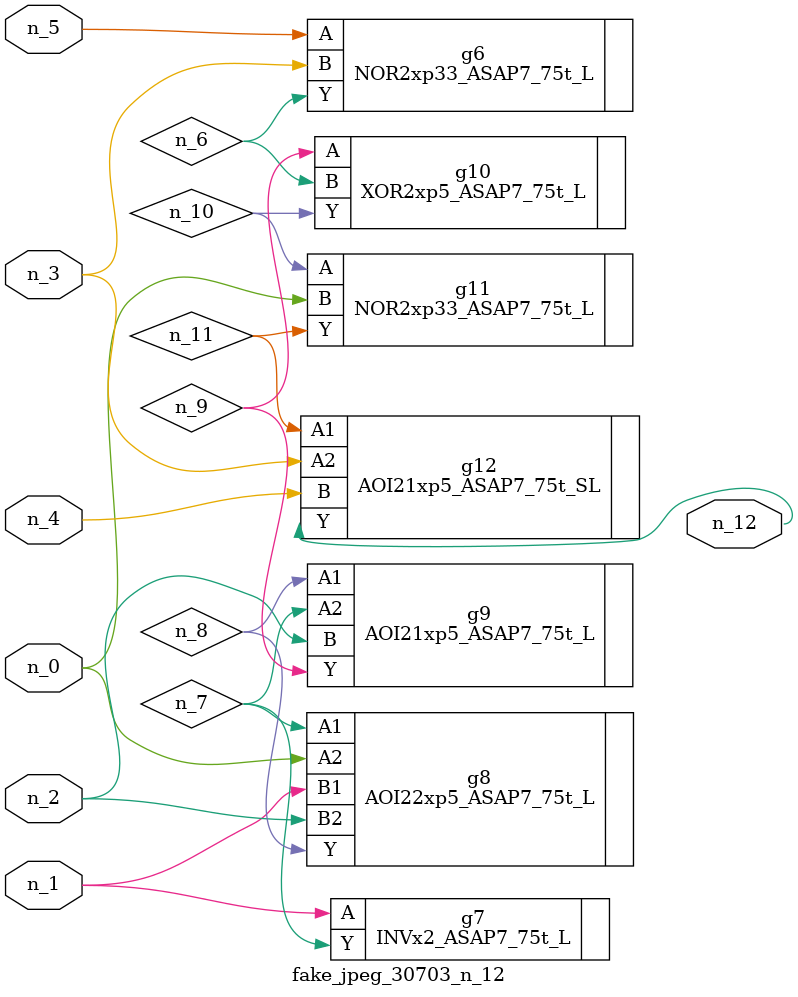
<source format=v>
module fake_jpeg_30703_n_12 (n_3, n_2, n_1, n_0, n_4, n_5, n_12);

input n_3;
input n_2;
input n_1;
input n_0;
input n_4;
input n_5;

output n_12;

wire n_11;
wire n_10;
wire n_8;
wire n_9;
wire n_6;
wire n_7;

NOR2xp33_ASAP7_75t_L g6 ( 
.A(n_5),
.B(n_3),
.Y(n_6)
);

INVx2_ASAP7_75t_L g7 ( 
.A(n_1),
.Y(n_7)
);

AOI22xp5_ASAP7_75t_L g8 ( 
.A1(n_7),
.A2(n_0),
.B1(n_1),
.B2(n_2),
.Y(n_8)
);

AOI21xp5_ASAP7_75t_L g9 ( 
.A1(n_8),
.A2(n_7),
.B(n_2),
.Y(n_9)
);

XOR2xp5_ASAP7_75t_L g10 ( 
.A(n_9),
.B(n_6),
.Y(n_10)
);

NOR2xp33_ASAP7_75t_L g11 ( 
.A(n_10),
.B(n_0),
.Y(n_11)
);

AOI21xp5_ASAP7_75t_SL g12 ( 
.A1(n_11),
.A2(n_3),
.B(n_4),
.Y(n_12)
);


endmodule
</source>
